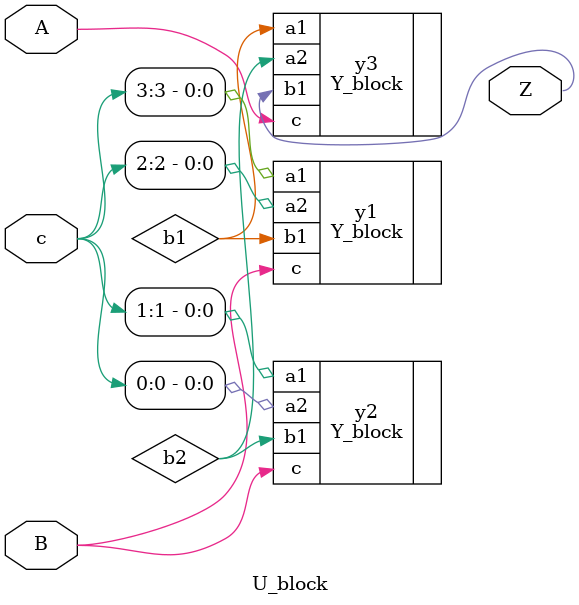
<source format=v>
`timescale 1ns / 1ps

(* DONT_TOUCH = "yes" *)
module U_block(
    input [3:0]c,
  
    input B,
    input A,
    output Z
    );
        
    Y_block y1(.a1(c[3]),.a2(c[2]),.c(B),.b1(b1));
    Y_block y2(.a1(c[1]),.a2(c[0]),.c(B),.b1(b2));
    Y_block y3(.a1(b1),.a2(b2),.c(A),.b1(Z));

endmodule

</source>
